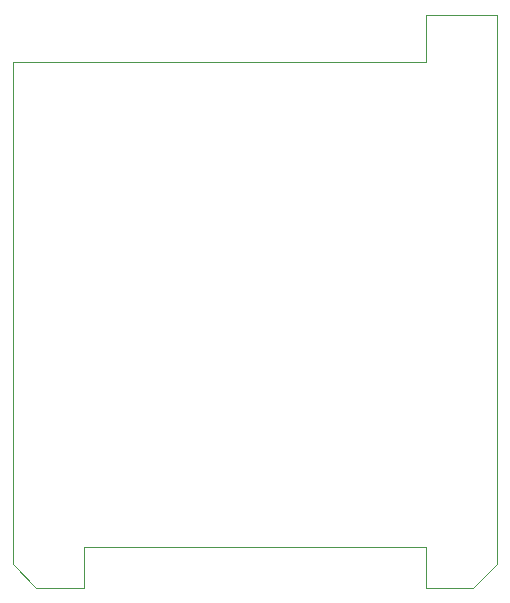
<source format=gm1>
G04 #@! TF.GenerationSoftware,KiCad,Pcbnew,(5.1.5-0)*
G04 #@! TF.CreationDate,2020-06-12T17:52:12+02:00*
G04 #@! TF.ProjectId,Electrodes,456c6563-7472-46f6-9465-732e6b696361,rev?*
G04 #@! TF.SameCoordinates,Original*
G04 #@! TF.FileFunction,Profile,NP*
%FSLAX46Y46*%
G04 Gerber Fmt 4.6, Leading zero omitted, Abs format (unit mm)*
G04 Created by KiCad (PCBNEW (5.1.5-0)) date 2020-06-12 17:52:12*
%MOMM*%
%LPD*%
G04 APERTURE LIST*
%ADD10C,0.100000*%
G04 APERTURE END LIST*
D10*
X60000000Y-127500000D02*
X62000000Y-129500000D01*
X99000000Y-129500000D02*
X101000000Y-127500000D01*
X66000000Y-126000000D02*
X66000000Y-129500000D01*
X66000000Y-129500000D02*
X62000000Y-129500000D01*
X101000000Y-126000000D02*
X101000000Y-127500000D01*
X95000000Y-129500000D02*
X95000000Y-126000000D01*
X99000000Y-129500000D02*
X95000000Y-129500000D01*
X101000000Y-81000000D02*
X101000000Y-85000000D01*
X95000000Y-81000000D02*
X101000000Y-81000000D01*
X95000000Y-85000000D02*
X95000000Y-81000000D01*
X101000000Y-85000000D02*
X101000000Y-126000000D01*
X60000000Y-85000000D02*
X95000000Y-85000000D01*
X60000000Y-127500000D02*
X60000000Y-85000000D01*
X95000000Y-126000000D02*
X66000000Y-126000000D01*
M02*

</source>
